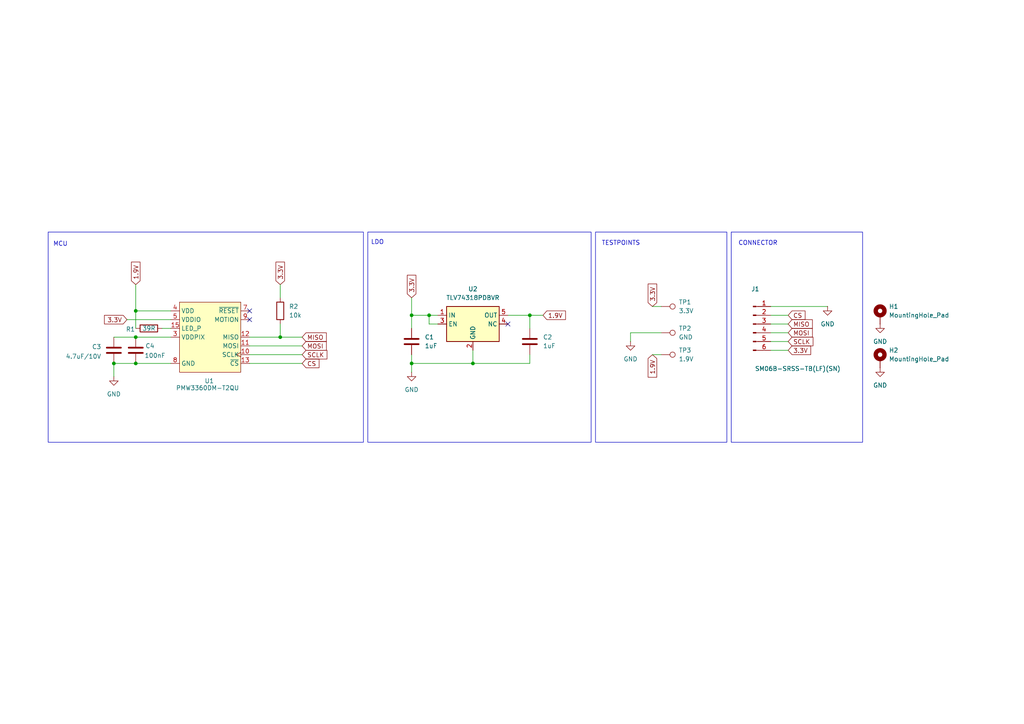
<source format=kicad_sch>
(kicad_sch (version 20231120) (generator "eeschema") (generator_version "8.0")
  (paper "A4")
  (title_block (title "PMW3360 Trackball Sensor") (date "2024-11-21") (rev "0.1") (company "Vincent Franco"))
  (lib_symbols
    (symbol "Connector:Conn_01x06_Pin" (pin_names (offset 1.016) hide)
      (property "Reference" "J" (at 0 7.62 0))
      (property "Value" "Conn_01x06_Pin" (at 0 -10.16 0))
      (symbol "Conn_01x06_Pin_1_1"
        (polyline (pts (xy 1.27 -7.62) (xy 0.8636 -7.62)) (stroke (width 0.1524)))
        (polyline (pts (xy 1.27 -5.08) (xy 0.8636 -5.08)) (stroke (width 0.1524)))
        (polyline (pts (xy 1.27 -2.54) (xy 0.8636 -2.54)) (stroke (width 0.1524)))
        (polyline (pts (xy 1.27 0) (xy 0.8636 0)) (stroke (width 0.1524)))
        (polyline (pts (xy 1.27 2.54) (xy 0.8636 2.54)) (stroke (width 0.1524)))
        (polyline (pts (xy 1.27 5.08) (xy 0.8636 5.08)) (stroke (width 0.1524)))
        (rectangle (start 0.8636 -7.493) (end 0 -7.747) (stroke (width 0.1524)) (fill (type outline)))
        (rectangle (start 0.8636 -4.953) (end 0 -5.207) (stroke (width 0.1524)) (fill (type outline)))
        (rectangle (start 0.8636 -2.413) (end 0 -2.667) (stroke (width 0.1524)) (fill (type outline)))
        (rectangle (start 0.8636 0.127) (end 0 -0.127) (stroke (width 0.1524)) (fill (type outline)))
        (rectangle (start 0.8636 2.667) (end 0 2.413) (stroke (width 0.1524)) (fill (type outline)))
        (rectangle (start 0.8636 5.207) (end 0 4.953) (stroke (width 0.1524)) (fill (type outline)))
        (pin passive line (at 5.08 5.08 180) (length 3.81) (name "Pin_1") (number "1"))
        (pin passive line (at 5.08 2.54 180) (length 3.81) (name "Pin_2") (number "2"))
        (pin passive line (at 5.08 0 180) (length 3.81) (name "Pin_3") (number "3"))
        (pin passive line (at 5.08 -2.54 180) (length 3.81) (name "Pin_4") (number "4"))
        (pin passive line (at 5.08 -5.08 180) (length 3.81) (name "Pin_5") (number "5"))
        (pin passive line (at 5.08 -7.62 180) (length 3.81) (name "Pin_6") (number "6"))
      )
    )
    (symbol "Connector:TestPoint" (pin_numbers hide) (pin_names (offset 0.762) hide)
      (property "Reference" "TP" (at 0 6.858 0))
      (property "Value" "TestPoint" (at 0 5.08 0))
      (symbol "TestPoint_0_1"
        (circle (center 0 3.302) (radius 0.762))
      )
      (symbol "TestPoint_1_1"
        (pin passive line (at 0 0 90) (length 2.54) (name "1") (number "1"))
      )
    )
    (symbol "Device:C" (pin_numbers hide) (pin_names (offset 0.254))
      (property "Reference" "C" (at 0.635 2.54 0))
      (property "Value" "C" (at 0.635 -2.54 0))
      (symbol "C_0_1"
        (polyline (pts (xy -2.032 -0.762) (xy 2.032 -0.762)) (stroke (width 0.508)))
        (polyline (pts (xy -2.032 0.762) (xy 2.032 0.762)) (stroke (width 0.508)))
      )
      (symbol "C_1_1"
        (pin passive line (at 0 3.81 270) (length 2.794) (name "~") (number "1"))
        (pin passive line (at 0 -3.81 90) (length 2.794) (name "~") (number "2"))
      )
    )
    (symbol "Device:R" (pin_numbers hide) (pin_names (offset 0))
      (property "Reference" "R" (at 2.032 0 90))
      (property "Value" "R" (at 0 0 90))
      (symbol "R_0_1"
        (rectangle (start -1.016 -2.54) (end 1.016 2.54) (stroke (width 0.254)))
      )
      (symbol "R_1_1"
        (pin passive line (at 0 3.81 270) (length 1.27) (name "~") (number "1"))
        (pin passive line (at 0 -3.81 90) (length 1.27) (name "~") (number "2"))
      )
    )
    (symbol "Mechanical:MountingHole_Pad" (pin_numbers hide) (pin_names (offset 1.016) hide) (exclude_from_sim yes) (in_bom no)
      (property "Reference" "H" (at 0 6.35 0))
      (property "Value" "MountingHole_Pad" (at 0 4.445 0))
      (symbol "MountingHole_Pad_0_1"
        (circle (center 0 1.27) (radius 1.27) (stroke (width 1.27)))
      )
      (symbol "MountingHole_Pad_1_1"
        (pin input line (at 0 -2.54 90) (length 2.54) (name "1") (number "1"))
      )
    )
    (symbol "PCM_pmw3360_pcb:PMW3360DM-T2QU"
      (property "Reference" "U?" (at -7.62 -13.97 0))
      (property "Value" "PMW3360DM-T2QU" (at 0 -11.43 0))
      (symbol "PMW3360DM-T2QU_0_1"
        (rectangle (start -8.89 10.16) (end 8.89 -10.16) (fill (type background)))
      )
      (symbol "PMW3360DM-T2QU_1_1"
        (pin no_connect line (at -2.54 13.97 180) (length 2.54) hide (name "NC") (number "1"))
        (pin input clock (at 11.43 -5.08 180) (length 2.54) (name "SCLK") (number "10"))
        (pin input line (at 11.43 -2.54 180) (length 2.54) (name "MOSI") (number "11"))
        (pin output line (at 11.43 0 180) (length 2.54) (name "MISO") (number "12"))
        (pin input line (at 11.43 -7.62 180) (length 2.54) (name "~{CS}") (number "13"))
        (pin no_connect inverted (at -2.54 19.05 180) (length 2.54) hide (name "NC") (number "14"))
        (pin power_in line (at -11.43 2.54 0) (length 2.54) (name "LED_P") (number "15"))
        (pin no_connect line (at -2.54 21.59 180) (length 2.54) hide (name "NC") (number "16"))
        (pin no_connect line (at -2.54 16.51 180) (length 2.54) hide (name "NC") (number "2"))
        (pin power_out line (at -11.43 0 0) (length 2.54) (name "VDDPIX") (number "3"))
        (pin power_in line (at -11.43 7.62 0) (length 2.54) (name "VDD") (number "4"))
        (pin power_in line (at -11.43 5.08 0) (length 2.54) (name "VDDIO") (number "5"))
        (pin no_connect line (at -2.54 11.43 180) (length 2.54) hide (name "NC") (number "6"))
        (pin input line (at 11.43 7.62 180) (length 2.54) (name "~{RESET}") (number "7"))
        (pin power_in line (at -11.43 -7.62 0) (length 2.54) (name "GND") (number "8"))
        (pin output line (at 11.43 5.08 180) (length 2.54) (name "MOTION") (number "9"))
      )
    )
    (symbol "PCM_pmw3360_pcb:TLV74318PDBVR"
      (property "Reference" "U" (at 0 8.89 0))
      (property "Value" "TLV74318PDBVR" (at 0 6.35 0))
      (symbol "TLV74318PDBVR_0_1"
        (rectangle (start -7.62 5.08) (end 7.62 -5.08) (stroke (width 0.254)) (fill (type background)))
      )
      (symbol "TLV74318PDBVR_1_1"
        (pin power_in line (at -10.16 2.54 0) (length 2.54) (name "IN") (number "1"))
        (pin power_in line (at 0 -7.62 90) (length 2.54) (name "GND") (number "2"))
        (pin input line (at -10.16 0 0) (length 2.54) (name "EN") (number "3"))
        (pin output line (at 10.16 0 180) (length 2.54) (name "NC") (number "4"))
        (pin power_out line (at 10.16 2.54 180) (length 2.54) (name "OUT") (number "5"))
      )
    )
    (symbol "power:GND" (power) (pin_numbers hide) (pin_names (offset 0) hide)
      (property "Value" "GND" (at 0 -3.81 0))
      (symbol "GND_0_1"
        (polyline (pts (xy 0 0) (xy 0 -1.27) (xy 1.27 -1.27) (xy 0 -2.54) (xy -1.27 -1.27) (xy 0 -1.27)))
      )
      (symbol "GND_1_1"
        (pin power_in line (at 0 0 270) (length 0) (name "~") (number "1"))
      )
    )
  )
  (junction (at 153.67 91.44))
  (junction (at 137.16 105.41))
  (junction (at 39.37 97.79))
  (junction (at 33.02 105.41))
  (junction (at 39.37 90.17))
  (junction (at 81.28 97.79))
  (junction (at 124.46 91.44))
  (junction (at 119.38 105.41))
  (junction (at 39.37 105.41))
  (junction (at 119.38 91.44))
  (no_connect (at 72.39 90.17))
  (no_connect (at 72.39 92.71))
  (no_connect (at 147.32 93.98))
  (wire (pts (xy 228.6 91.44) (xy 223.52 91.44)))
  (wire (pts (xy 153.67 102.87) (xy 153.67 105.41)))
  (wire (pts (xy 119.38 102.87) (xy 119.38 105.41)))
  (wire (pts (xy 124.46 91.44) (xy 127 91.44)))
  (wire (pts (xy 33.02 97.79) (xy 39.37 97.79)))
  (wire (pts (xy 87.63 102.87) (xy 72.39 102.87)))
  (wire (pts (xy 33.02 105.41) (xy 39.37 105.41)))
  (wire (pts (xy 119.38 86.36) (xy 119.38 91.44)))
  (wire (pts (xy 33.02 109.22) (xy 33.02 105.41)))
  (wire (pts (xy 81.28 82.55) (xy 81.28 86.36)))
  (wire (pts (xy 124.46 93.98) (xy 127 93.98)))
  (wire (pts (xy 87.63 105.41) (xy 72.39 105.41)))
  (wire (pts (xy 228.6 99.06) (xy 223.52 99.06)))
  (wire (pts (xy 228.6 101.6) (xy 223.52 101.6)))
  (wire (pts (xy 39.37 90.17) (xy 39.37 95.25)))
  (wire (pts (xy 46.99 95.25) (xy 49.53 95.25)))
  (wire (pts (xy 228.6 96.52) (xy 223.52 96.52)))
  (wire (pts (xy 228.6 93.98) (xy 223.52 93.98)))
  (wire (pts (xy 87.63 100.33) (xy 72.39 100.33)))
  (wire (pts (xy 137.16 105.41) (xy 119.38 105.41)))
  (wire (pts (xy 182.88 96.52) (xy 191.77 96.52)))
  (wire (pts (xy 119.38 91.44) (xy 119.38 95.25)))
  (wire (pts (xy 153.67 91.44) (xy 153.67 95.25)))
  (wire (pts (xy 119.38 105.41) (xy 119.38 107.95)))
  (wire (pts (xy 81.28 97.79) (xy 72.39 97.79)))
  (wire (pts (xy 36.83 92.71) (xy 49.53 92.71)))
  (wire (pts (xy 39.37 82.55) (xy 39.37 90.17)))
  (wire (pts (xy 39.37 97.79) (xy 49.53 97.79)))
  (wire (pts (xy 137.16 101.6) (xy 137.16 105.41)))
  (wire (pts (xy 153.67 91.44) (xy 157.48 91.44)))
  (wire (pts (xy 182.88 99.06) (xy 182.88 96.52)))
  (wire (pts (xy 124.46 91.44) (xy 124.46 93.98)))
  (wire (pts (xy 87.63 97.79) (xy 81.28 97.79)))
  (wire (pts (xy 81.28 93.98) (xy 81.28 97.79)))
  (wire (pts (xy 119.38 91.44) (xy 124.46 91.44)))
  (wire (pts (xy 189.23 88.9) (xy 191.77 88.9)))
  (wire (pts (xy 147.32 91.44) (xy 153.67 91.44)))
  (wire (pts (xy 223.52 88.9) (xy 240.03 88.9)))
  (wire (pts (xy 153.67 105.41) (xy 137.16 105.41)))
  (wire (pts (xy 49.53 90.17) (xy 39.37 90.17)))
  (wire (pts (xy 39.37 105.41) (xy 49.53 105.41)))
  (wire (pts (xy 189.23 102.87) (xy 191.77 102.87)))
  (rectangle (start 13.97 67.31) (end 105.41 128.27))
  (rectangle (start 212.09 67.31) (end 250.19 128.27))
  (rectangle (start 106.68 67.31) (end 171.45 128.27))
  (rectangle (start 172.72 67.31) (end 210.82 128.27))
  (text "MCU" (at 17.526 70.866 0) (effects (font (size 1.27 1.27))))
  (text "LDO" (at 109.474 70.358 0) (effects (font (size 1.27 1.27))))
  (text "TESTPOINTS" (at 180.086 70.612 0) (effects (font (size 1.27 1.27))))
  (text "CONNECTOR" (at 214.122 70.612 0) (effects (font (size 1.27 1.27)) (justify left)))
  (global_label "3.3V" (shape input) (at 36.83 92.71 180) (property "Intersheetrefs" "${INTERSHEET_REFS}" (effects (hide yes))))
  (global_label "MISO" (shape input) (at 87.63 97.79 0) (property "Intersheetrefs" "${INTERSHEET_REFS}" (effects (hide yes))))
  (global_label "MOSI" (shape input) (at 87.63 100.33 0) (property "Intersheetrefs" "${INTERSHEET_REFS}" (effects (hide yes))))
  (global_label "CS" (shape input) (at 87.63 105.41 0) (property "Intersheetrefs" "${INTERSHEET_REFS}" (effects (hide yes))))
  (global_label "3.3V" (shape input) (at 189.23 88.9 90) (property "Intersheetrefs" "${INTERSHEET_REFS}" (effects (hide yes))))
  (global_label "SCLK" (shape input) (at 228.6 99.06 0) (property "Intersheetrefs" "${INTERSHEET_REFS}" (effects (hide yes))))
  (global_label "1.9V" (shape input) (at 157.48 91.44 0) (property "Intersheetrefs" "${INTERSHEET_REFS}" (effects (hide yes))))
  (global_label "MOSI" (shape input) (at 228.6 96.52 0) (property "Intersheetrefs" "${INTERSHEET_REFS}" (effects (hide yes))))
  (global_label "1.9V" (shape input) (at 189.23 102.87 270) (property "Intersheetrefs" "${INTERSHEET_REFS}" (effects (hide yes))))
  (global_label "MISO" (shape input) (at 228.6 93.98 0) (property "Intersheetrefs" "${INTERSHEET_REFS}" (effects (hide yes))))
  (global_label "1.9V" (shape input) (at 39.37 82.55 90) (property "Intersheetrefs" "${INTERSHEET_REFS}" (effects (hide yes))))
  (global_label "3.3V" (shape input) (at 228.6 101.6 0) (property "Intersheetrefs" "${INTERSHEET_REFS}" (effects (hide yes))))
  (global_label "3.3V" (shape input) (at 119.38 86.36 90) (property "Intersheetrefs" "${INTERSHEET_REFS}" (effects (hide yes))))
  (global_label "3.3V" (shape input) (at 81.28 82.55 90) (property "Intersheetrefs" "${INTERSHEET_REFS}" (effects (hide yes))))
  (global_label "CS" (shape input) (at 228.6 91.44 0) (property "Intersheetrefs" "${INTERSHEET_REFS}" (effects (hide yes))))
  (global_label "SCLK" (shape input) (at 87.63 102.87 0) (property "Intersheetrefs" "${INTERSHEET_REFS}" (effects (hide yes))))
  (symbol (lib_id "Connector:TestPoint") (at 191.77 96.52 270) (unit 1)
    (property "Reference" "TP2" (at 196.85 95.2499 90) (effects (justify left)))
    (property "Value" "GND" (at 196.85 97.7899 90) (effects (justify left)))
    (property "Footprint" "TestPoint:TestPoint_Pad_D1.5mm" (effects (hide yes)))
    (property "Description" "test point" (effects (hide yes)))
  )
  (symbol (lib_id "Device:C") (at 119.38 99.06 0) (unit 1)
    (property "Reference" "C1" (at 123.19 97.7899 0) (effects (justify left)))
    (property "Value" "1uF" (at 123.19 100.3299 0) (effects (justify left)))
    (property "Footprint" "Capacitor_SMD:C_0402_1005Metric" (effects (hide yes)))
    (property "Description" "Unpolarized capacitor" (effects (hide yes)))
  )
  (symbol (lib_id "power:GND") (at 119.38 107.95 0) (unit 1)
    (property "Reference" "#PWR01" (effects (hide yes)))
    (property "Value" "GND" (at 119.38 113.03 0))
    (property "Description" "Power symbol creates a global label with name \"GND\" , ground" (effects (hide yes)))
  )
  (symbol (lib_id "Mechanical:MountingHole_Pad") (at 255.27 104.14 0) (unit 1) (exclude_from_sim yes) (in_bom no)
    (property "Reference" "H2" (at 257.81 101.5999 0) (effects (justify left)))
    (property "Value" "MountingHole_Pad" (at 257.81 104.1399 0) (effects (justify left)))
    (property "Footprint" "MountingHole:MountingHole_3.2mm_M3_Pad" (effects (hide yes)))
    (property "Description" "Mounting Hole with connection" (effects (hide yes)))
  )
  (symbol (lib_id "Connector:TestPoint") (at 191.77 102.87 270) (unit 1)
    (property "Reference" "TP3" (at 196.85 101.5999 90) (effects (justify left)))
    (property "Value" "1.9V" (at 196.85 104.1399 90) (effects (justify left)))
    (property "Footprint" "TestPoint:TestPoint_Pad_D1.5mm" (effects (hide yes)))
    (property "Description" "test point" (effects (hide yes)))
  )
  (symbol (lib_id "power:GND") (at 182.88 99.06 0) (unit 1)
    (property "Reference" "#PWR04" (effects (hide yes)))
    (property "Value" "GND" (at 182.88 104.14 0))
    (property "Description" "Power symbol creates a global label with name \"GND\" , ground" (effects (hide yes)))
  )
  (symbol (lib_id "power:GND") (at 240.03 88.9 0) (unit 1)
    (property "Reference" "#PWR03" (effects (hide yes)))
    (property "Value" "GND" (at 240.03 93.98 0))
    (property "Description" "Power symbol creates a global label with name \"GND\" , ground" (effects (hide yes)))
  )
  (symbol (lib_id "Device:R") (at 43.18 95.25 90) (unit 1)
    (property "Reference" "R1" (at 37.846 95.504 90))
    (property "Value" "39R" (at 43.18 95.25 90))
    (property "Footprint" "PCM_Resistor_SMD_AKL:R_0402_1005Metric" (effects (hide yes)))
    (property "Description" "Resistor" (effects (hide yes)))
  )
  (symbol (lib_id "Device:R") (at 81.28 90.17 0) (unit 1)
    (property "Reference" "R2" (at 83.82 88.8999 0) (effects (justify left)))
    (property "Value" "10k" (at 83.82 91.4399 0) (effects (justify left)))
    (property "Footprint" "PCM_Resistor_SMD_AKL:R_0402_1005Metric" (effects (hide yes)))
    (property "Description" "Resistor" (effects (hide yes)))
  )
  (symbol (lib_id "Connector:Conn_01x06_Pin") (at 218.44 93.98 0) (unit 1)
    (property "Reference" "J1" (at 219.075 83.82 0))
    (property "Value" "SM06B-SRSS-TB(LF)(SN)" (at 231.394 106.934 0))
    (property "Footprint" "PCM_marbastlib-xp-various:SM06B-SRSS-TB(LF)(SN)" (effects (hide yes)))
    (property "Description" "Generic connector, single row, 01x06, script generated" (effects (hide yes)))
  )
  (symbol (lib_id "PCM_pmw3360_pcb:PMW3360DM-T2QU") (at 60.96 97.79 0) (unit 1)
    (property "Reference" "U1" (at 60.706 110.49 0))
    (property "Value" "PMW3360DM-T2QU" (at 60.198 112.522 0))
    (property "Footprint" "PCM_pmw3360_pcb:PMW3360DM-T2QU 16Pin" (effects (hide yes)))
    (property "Datasheet" "https://www.pixart.com/products-detail/tw/10/PMW3360DM-T2QU" (effects (hide yes)))
    (property "Description" "Optical mouse sensor" (effects (hide yes)))
  )
  (symbol (lib_id "Device:C") (at 39.37 101.6 0) (unit 1)
    (property "Reference" "C4" (at 42.164 100.33 0) (effects (justify left)))
    (property "Value" "100nF" (at 41.91 103.124 0) (effects (justify left)))
    (property "Footprint" "Capacitor_SMD:C_0402_1005Metric" (effects (hide yes)))
    (property "Description" "Unpolarized capacitor" (effects (hide yes)))
  )
  (symbol (lib_id "Mechanical:MountingHole_Pad") (at 255.27 91.44 0) (unit 1) (exclude_from_sim yes) (in_bom no)
    (property "Reference" "H1" (at 257.81 88.8999 0) (effects (justify left)))
    (property "Value" "MountingHole_Pad" (at 257.81 91.4399 0) (effects (justify left)))
    (property "Footprint" "MountingHole:MountingHole_3.2mm_M3_Pad" (effects (hide yes)))
    (property "Description" "Mounting Hole with connection" (effects (hide yes)))
  )
  (symbol (lib_id "Device:C") (at 153.67 99.06 0) (unit 1)
    (property "Reference" "C2" (at 157.48 97.7899 0) (effects (justify left)))
    (property "Value" "1uF" (at 157.48 100.3299 0) (effects (justify left)))
    (property "Footprint" "Capacitor_SMD:C_0402_1005Metric" (effects (hide yes)))
    (property "Description" "Unpolarized capacitor" (effects (hide yes)))
  )
  (symbol (lib_id "PCM_pmw3360_pcb:TLV74318PDBVR") (at 137.16 93.98 0) (unit 1)
    (property "Reference" "U2" (at 137.16 83.82 0))
    (property "Value" "TLV74318PDBVR" (at 137.16 86.36 0))
    (property "Footprint" "Package_TO_SOT_SMD:SOT-23-5" (effects (hide yes)))
    (property "Description" "LDO Voltage Regulators 300-mA low-IQ low-dropout (LDO) voltage regulator with enable 5-SOT-23 -40 to 125" (effects (hide yes)))
  )
  (symbol (lib_id "power:GND") (at 255.27 93.98 0) (unit 1)
    (property "Reference" "#PWR06" (effects (hide yes)))
    (property "Value" "GND" (at 255.27 99.06 0))
    (property "Description" "Power symbol creates a global label with name \"GND\" , ground" (effects (hide yes)))
  )
  (symbol (lib_id "power:GND") (at 255.27 106.68 0) (unit 1)
    (property "Reference" "#PWR05" (effects (hide yes)))
    (property "Value" "GND" (at 255.27 111.76 0))
    (property "Description" "Power symbol creates a global label with name \"GND\" , ground" (effects (hide yes)))
  )
  (symbol (lib_id "Device:C") (at 33.02 101.6 0) (unit 1)
    (property "Reference" "C3" (at 26.67 100.584 0) (effects (justify left)))
    (property "Value" "4.7uF/10V" (at 19.05 103.378 0) (effects (justify left)))
    (property "Footprint" "Capacitor_SMD:C_0402_1005Metric" (effects (hide yes)))
    (property "Description" "Unpolarized capacitor" (effects (hide yes)))
  )
  (symbol (lib_id "Connector:TestPoint") (at 191.77 88.9 270) (unit 1)
    (property "Reference" "TP1" (at 196.85 87.6299 90) (effects (justify left)))
    (property "Value" "3.3V" (at 196.85 90.1699 90) (effects (justify left)))
    (property "Footprint" "TestPoint:TestPoint_Pad_D1.5mm" (effects (hide yes)))
    (property "Description" "test point" (effects (hide yes)))
  )
  (symbol (lib_id "power:GND") (at 33.02 109.22 0) (unit 1)
    (property "Reference" "#PWR02" (effects (hide yes)))
    (property "Value" "GND" (at 33.02 114.3 0))
    (property "Description" "Power symbol creates a global label with name \"GND\" , ground" (effects (hide yes)))
  )
)
</source>
